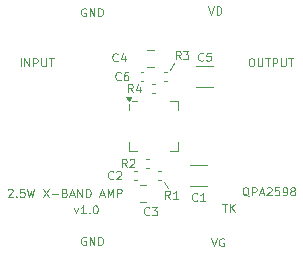
<source format=gbr>
%TF.GenerationSoftware,KiCad,Pcbnew,8.0.1*%
%TF.CreationDate,2024-06-29T11:44:41-04:00*%
%TF.ProjectId,X-Band Amplifier QPA2598,582d4261-6e64-4204-916d-706c69666965,v1.0*%
%TF.SameCoordinates,Original*%
%TF.FileFunction,Legend,Top*%
%TF.FilePolarity,Positive*%
%FSLAX46Y46*%
G04 Gerber Fmt 4.6, Leading zero omitted, Abs format (unit mm)*
G04 Created by KiCad (PCBNEW 8.0.1) date 2024-06-29 11:44:41*
%MOMM*%
%LPD*%
G01*
G04 APERTURE LIST*
%ADD10C,0.080000*%
%ADD11C,0.100000*%
%ADD12C,0.120000*%
G04 APERTURE END LIST*
D10*
X145534297Y-70076173D02*
X145934297Y-70076173D01*
X145734297Y-70776173D02*
X145734297Y-70076173D01*
X146167630Y-70776173D02*
X146167630Y-70076173D01*
X146567630Y-70776173D02*
X146267630Y-70376173D01*
X146567630Y-70076173D02*
X146167630Y-70476173D01*
D11*
X140589000Y-68199000D02*
X140970000Y-68707000D01*
X141097000Y-58737500D02*
X141478000Y-58166000D01*
D10*
X132994631Y-70436506D02*
X133161297Y-70903173D01*
X133161297Y-70903173D02*
X133327964Y-70436506D01*
X133961297Y-70903173D02*
X133561297Y-70903173D01*
X133761297Y-70903173D02*
X133761297Y-70203173D01*
X133761297Y-70203173D02*
X133694630Y-70303173D01*
X133694630Y-70303173D02*
X133627964Y-70369840D01*
X133627964Y-70369840D02*
X133561297Y-70403173D01*
X134261297Y-70836506D02*
X134294631Y-70869840D01*
X134294631Y-70869840D02*
X134261297Y-70903173D01*
X134261297Y-70903173D02*
X134227964Y-70869840D01*
X134227964Y-70869840D02*
X134261297Y-70836506D01*
X134261297Y-70836506D02*
X134261297Y-70903173D01*
X134727964Y-70203173D02*
X134794630Y-70203173D01*
X134794630Y-70203173D02*
X134861297Y-70236506D01*
X134861297Y-70236506D02*
X134894630Y-70269840D01*
X134894630Y-70269840D02*
X134927964Y-70336506D01*
X134927964Y-70336506D02*
X134961297Y-70469840D01*
X134961297Y-70469840D02*
X134961297Y-70636506D01*
X134961297Y-70636506D02*
X134927964Y-70769840D01*
X134927964Y-70769840D02*
X134894630Y-70836506D01*
X134894630Y-70836506D02*
X134861297Y-70869840D01*
X134861297Y-70869840D02*
X134794630Y-70903173D01*
X134794630Y-70903173D02*
X134727964Y-70903173D01*
X134727964Y-70903173D02*
X134661297Y-70869840D01*
X134661297Y-70869840D02*
X134627964Y-70836506D01*
X134627964Y-70836506D02*
X134594630Y-70769840D01*
X134594630Y-70769840D02*
X134561297Y-70636506D01*
X134561297Y-70636506D02*
X134561297Y-70469840D01*
X134561297Y-70469840D02*
X134594630Y-70336506D01*
X134594630Y-70336506D02*
X134627964Y-70269840D01*
X134627964Y-70269840D02*
X134661297Y-70236506D01*
X134661297Y-70236506D02*
X134727964Y-70203173D01*
X147762333Y-69445840D02*
X147695666Y-69412506D01*
X147695666Y-69412506D02*
X147629000Y-69345840D01*
X147629000Y-69345840D02*
X147529000Y-69245840D01*
X147529000Y-69245840D02*
X147462333Y-69212506D01*
X147462333Y-69212506D02*
X147395666Y-69212506D01*
X147429000Y-69379173D02*
X147362333Y-69345840D01*
X147362333Y-69345840D02*
X147295666Y-69279173D01*
X147295666Y-69279173D02*
X147262333Y-69145840D01*
X147262333Y-69145840D02*
X147262333Y-68912506D01*
X147262333Y-68912506D02*
X147295666Y-68779173D01*
X147295666Y-68779173D02*
X147362333Y-68712506D01*
X147362333Y-68712506D02*
X147429000Y-68679173D01*
X147429000Y-68679173D02*
X147562333Y-68679173D01*
X147562333Y-68679173D02*
X147629000Y-68712506D01*
X147629000Y-68712506D02*
X147695666Y-68779173D01*
X147695666Y-68779173D02*
X147729000Y-68912506D01*
X147729000Y-68912506D02*
X147729000Y-69145840D01*
X147729000Y-69145840D02*
X147695666Y-69279173D01*
X147695666Y-69279173D02*
X147629000Y-69345840D01*
X147629000Y-69345840D02*
X147562333Y-69379173D01*
X147562333Y-69379173D02*
X147429000Y-69379173D01*
X148028999Y-69379173D02*
X148028999Y-68679173D01*
X148028999Y-68679173D02*
X148295666Y-68679173D01*
X148295666Y-68679173D02*
X148362333Y-68712506D01*
X148362333Y-68712506D02*
X148395666Y-68745840D01*
X148395666Y-68745840D02*
X148428999Y-68812506D01*
X148428999Y-68812506D02*
X148428999Y-68912506D01*
X148428999Y-68912506D02*
X148395666Y-68979173D01*
X148395666Y-68979173D02*
X148362333Y-69012506D01*
X148362333Y-69012506D02*
X148295666Y-69045840D01*
X148295666Y-69045840D02*
X148028999Y-69045840D01*
X148695666Y-69179173D02*
X149028999Y-69179173D01*
X148628999Y-69379173D02*
X148862333Y-68679173D01*
X148862333Y-68679173D02*
X149095666Y-69379173D01*
X149295666Y-68745840D02*
X149328999Y-68712506D01*
X149328999Y-68712506D02*
X149395666Y-68679173D01*
X149395666Y-68679173D02*
X149562333Y-68679173D01*
X149562333Y-68679173D02*
X149628999Y-68712506D01*
X149628999Y-68712506D02*
X149662333Y-68745840D01*
X149662333Y-68745840D02*
X149695666Y-68812506D01*
X149695666Y-68812506D02*
X149695666Y-68879173D01*
X149695666Y-68879173D02*
X149662333Y-68979173D01*
X149662333Y-68979173D02*
X149262333Y-69379173D01*
X149262333Y-69379173D02*
X149695666Y-69379173D01*
X150329000Y-68679173D02*
X149995666Y-68679173D01*
X149995666Y-68679173D02*
X149962333Y-69012506D01*
X149962333Y-69012506D02*
X149995666Y-68979173D01*
X149995666Y-68979173D02*
X150062333Y-68945840D01*
X150062333Y-68945840D02*
X150229000Y-68945840D01*
X150229000Y-68945840D02*
X150295666Y-68979173D01*
X150295666Y-68979173D02*
X150329000Y-69012506D01*
X150329000Y-69012506D02*
X150362333Y-69079173D01*
X150362333Y-69079173D02*
X150362333Y-69245840D01*
X150362333Y-69245840D02*
X150329000Y-69312506D01*
X150329000Y-69312506D02*
X150295666Y-69345840D01*
X150295666Y-69345840D02*
X150229000Y-69379173D01*
X150229000Y-69379173D02*
X150062333Y-69379173D01*
X150062333Y-69379173D02*
X149995666Y-69345840D01*
X149995666Y-69345840D02*
X149962333Y-69312506D01*
X150695667Y-69379173D02*
X150829000Y-69379173D01*
X150829000Y-69379173D02*
X150895667Y-69345840D01*
X150895667Y-69345840D02*
X150929000Y-69312506D01*
X150929000Y-69312506D02*
X150995667Y-69212506D01*
X150995667Y-69212506D02*
X151029000Y-69079173D01*
X151029000Y-69079173D02*
X151029000Y-68812506D01*
X151029000Y-68812506D02*
X150995667Y-68745840D01*
X150995667Y-68745840D02*
X150962333Y-68712506D01*
X150962333Y-68712506D02*
X150895667Y-68679173D01*
X150895667Y-68679173D02*
X150762333Y-68679173D01*
X150762333Y-68679173D02*
X150695667Y-68712506D01*
X150695667Y-68712506D02*
X150662333Y-68745840D01*
X150662333Y-68745840D02*
X150629000Y-68812506D01*
X150629000Y-68812506D02*
X150629000Y-68979173D01*
X150629000Y-68979173D02*
X150662333Y-69045840D01*
X150662333Y-69045840D02*
X150695667Y-69079173D01*
X150695667Y-69079173D02*
X150762333Y-69112506D01*
X150762333Y-69112506D02*
X150895667Y-69112506D01*
X150895667Y-69112506D02*
X150962333Y-69079173D01*
X150962333Y-69079173D02*
X150995667Y-69045840D01*
X150995667Y-69045840D02*
X151029000Y-68979173D01*
X151429000Y-68979173D02*
X151362334Y-68945840D01*
X151362334Y-68945840D02*
X151329000Y-68912506D01*
X151329000Y-68912506D02*
X151295667Y-68845840D01*
X151295667Y-68845840D02*
X151295667Y-68812506D01*
X151295667Y-68812506D02*
X151329000Y-68745840D01*
X151329000Y-68745840D02*
X151362334Y-68712506D01*
X151362334Y-68712506D02*
X151429000Y-68679173D01*
X151429000Y-68679173D02*
X151562334Y-68679173D01*
X151562334Y-68679173D02*
X151629000Y-68712506D01*
X151629000Y-68712506D02*
X151662334Y-68745840D01*
X151662334Y-68745840D02*
X151695667Y-68812506D01*
X151695667Y-68812506D02*
X151695667Y-68845840D01*
X151695667Y-68845840D02*
X151662334Y-68912506D01*
X151662334Y-68912506D02*
X151629000Y-68945840D01*
X151629000Y-68945840D02*
X151562334Y-68979173D01*
X151562334Y-68979173D02*
X151429000Y-68979173D01*
X151429000Y-68979173D02*
X151362334Y-69012506D01*
X151362334Y-69012506D02*
X151329000Y-69045840D01*
X151329000Y-69045840D02*
X151295667Y-69112506D01*
X151295667Y-69112506D02*
X151295667Y-69245840D01*
X151295667Y-69245840D02*
X151329000Y-69312506D01*
X151329000Y-69312506D02*
X151362334Y-69345840D01*
X151362334Y-69345840D02*
X151429000Y-69379173D01*
X151429000Y-69379173D02*
X151562334Y-69379173D01*
X151562334Y-69379173D02*
X151629000Y-69345840D01*
X151629000Y-69345840D02*
X151662334Y-69312506D01*
X151662334Y-69312506D02*
X151695667Y-69245840D01*
X151695667Y-69245840D02*
X151695667Y-69112506D01*
X151695667Y-69112506D02*
X151662334Y-69045840D01*
X151662334Y-69045840D02*
X151629000Y-69012506D01*
X151629000Y-69012506D02*
X151562334Y-68979173D01*
X133959667Y-72903506D02*
X133893000Y-72870173D01*
X133893000Y-72870173D02*
X133793000Y-72870173D01*
X133793000Y-72870173D02*
X133693000Y-72903506D01*
X133693000Y-72903506D02*
X133626334Y-72970173D01*
X133626334Y-72970173D02*
X133593000Y-73036840D01*
X133593000Y-73036840D02*
X133559667Y-73170173D01*
X133559667Y-73170173D02*
X133559667Y-73270173D01*
X133559667Y-73270173D02*
X133593000Y-73403506D01*
X133593000Y-73403506D02*
X133626334Y-73470173D01*
X133626334Y-73470173D02*
X133693000Y-73536840D01*
X133693000Y-73536840D02*
X133793000Y-73570173D01*
X133793000Y-73570173D02*
X133859667Y-73570173D01*
X133859667Y-73570173D02*
X133959667Y-73536840D01*
X133959667Y-73536840D02*
X133993000Y-73503506D01*
X133993000Y-73503506D02*
X133993000Y-73270173D01*
X133993000Y-73270173D02*
X133859667Y-73270173D01*
X134293000Y-73570173D02*
X134293000Y-72870173D01*
X134293000Y-72870173D02*
X134693000Y-73570173D01*
X134693000Y-73570173D02*
X134693000Y-72870173D01*
X135026333Y-73570173D02*
X135026333Y-72870173D01*
X135026333Y-72870173D02*
X135193000Y-72870173D01*
X135193000Y-72870173D02*
X135293000Y-72903506D01*
X135293000Y-72903506D02*
X135359667Y-72970173D01*
X135359667Y-72970173D02*
X135393000Y-73036840D01*
X135393000Y-73036840D02*
X135426333Y-73170173D01*
X135426333Y-73170173D02*
X135426333Y-73270173D01*
X135426333Y-73270173D02*
X135393000Y-73403506D01*
X135393000Y-73403506D02*
X135359667Y-73470173D01*
X135359667Y-73470173D02*
X135293000Y-73536840D01*
X135293000Y-73536840D02*
X135193000Y-73570173D01*
X135193000Y-73570173D02*
X135026333Y-73570173D01*
X147922668Y-57757173D02*
X148056001Y-57757173D01*
X148056001Y-57757173D02*
X148122668Y-57790506D01*
X148122668Y-57790506D02*
X148189334Y-57857173D01*
X148189334Y-57857173D02*
X148222668Y-57990506D01*
X148222668Y-57990506D02*
X148222668Y-58223840D01*
X148222668Y-58223840D02*
X148189334Y-58357173D01*
X148189334Y-58357173D02*
X148122668Y-58423840D01*
X148122668Y-58423840D02*
X148056001Y-58457173D01*
X148056001Y-58457173D02*
X147922668Y-58457173D01*
X147922668Y-58457173D02*
X147856001Y-58423840D01*
X147856001Y-58423840D02*
X147789334Y-58357173D01*
X147789334Y-58357173D02*
X147756001Y-58223840D01*
X147756001Y-58223840D02*
X147756001Y-57990506D01*
X147756001Y-57990506D02*
X147789334Y-57857173D01*
X147789334Y-57857173D02*
X147856001Y-57790506D01*
X147856001Y-57790506D02*
X147922668Y-57757173D01*
X148522667Y-57757173D02*
X148522667Y-58323840D01*
X148522667Y-58323840D02*
X148556001Y-58390506D01*
X148556001Y-58390506D02*
X148589334Y-58423840D01*
X148589334Y-58423840D02*
X148656001Y-58457173D01*
X148656001Y-58457173D02*
X148789334Y-58457173D01*
X148789334Y-58457173D02*
X148856001Y-58423840D01*
X148856001Y-58423840D02*
X148889334Y-58390506D01*
X148889334Y-58390506D02*
X148922667Y-58323840D01*
X148922667Y-58323840D02*
X148922667Y-57757173D01*
X149156000Y-57757173D02*
X149556000Y-57757173D01*
X149356000Y-58457173D02*
X149356000Y-57757173D01*
X149789333Y-58457173D02*
X149789333Y-57757173D01*
X149789333Y-57757173D02*
X150056000Y-57757173D01*
X150056000Y-57757173D02*
X150122667Y-57790506D01*
X150122667Y-57790506D02*
X150156000Y-57823840D01*
X150156000Y-57823840D02*
X150189333Y-57890506D01*
X150189333Y-57890506D02*
X150189333Y-57990506D01*
X150189333Y-57990506D02*
X150156000Y-58057173D01*
X150156000Y-58057173D02*
X150122667Y-58090506D01*
X150122667Y-58090506D02*
X150056000Y-58123840D01*
X150056000Y-58123840D02*
X149789333Y-58123840D01*
X150489333Y-57757173D02*
X150489333Y-58323840D01*
X150489333Y-58323840D02*
X150522667Y-58390506D01*
X150522667Y-58390506D02*
X150556000Y-58423840D01*
X150556000Y-58423840D02*
X150622667Y-58457173D01*
X150622667Y-58457173D02*
X150756000Y-58457173D01*
X150756000Y-58457173D02*
X150822667Y-58423840D01*
X150822667Y-58423840D02*
X150856000Y-58390506D01*
X150856000Y-58390506D02*
X150889333Y-58323840D01*
X150889333Y-58323840D02*
X150889333Y-57757173D01*
X151122666Y-57757173D02*
X151522666Y-57757173D01*
X151322666Y-58457173D02*
X151322666Y-57757173D01*
X127390333Y-68872840D02*
X127423666Y-68839506D01*
X127423666Y-68839506D02*
X127490333Y-68806173D01*
X127490333Y-68806173D02*
X127657000Y-68806173D01*
X127657000Y-68806173D02*
X127723666Y-68839506D01*
X127723666Y-68839506D02*
X127757000Y-68872840D01*
X127757000Y-68872840D02*
X127790333Y-68939506D01*
X127790333Y-68939506D02*
X127790333Y-69006173D01*
X127790333Y-69006173D02*
X127757000Y-69106173D01*
X127757000Y-69106173D02*
X127357000Y-69506173D01*
X127357000Y-69506173D02*
X127790333Y-69506173D01*
X128090333Y-69439506D02*
X128123667Y-69472840D01*
X128123667Y-69472840D02*
X128090333Y-69506173D01*
X128090333Y-69506173D02*
X128057000Y-69472840D01*
X128057000Y-69472840D02*
X128090333Y-69439506D01*
X128090333Y-69439506D02*
X128090333Y-69506173D01*
X128757000Y-68806173D02*
X128423666Y-68806173D01*
X128423666Y-68806173D02*
X128390333Y-69139506D01*
X128390333Y-69139506D02*
X128423666Y-69106173D01*
X128423666Y-69106173D02*
X128490333Y-69072840D01*
X128490333Y-69072840D02*
X128657000Y-69072840D01*
X128657000Y-69072840D02*
X128723666Y-69106173D01*
X128723666Y-69106173D02*
X128757000Y-69139506D01*
X128757000Y-69139506D02*
X128790333Y-69206173D01*
X128790333Y-69206173D02*
X128790333Y-69372840D01*
X128790333Y-69372840D02*
X128757000Y-69439506D01*
X128757000Y-69439506D02*
X128723666Y-69472840D01*
X128723666Y-69472840D02*
X128657000Y-69506173D01*
X128657000Y-69506173D02*
X128490333Y-69506173D01*
X128490333Y-69506173D02*
X128423666Y-69472840D01*
X128423666Y-69472840D02*
X128390333Y-69439506D01*
X129023667Y-68806173D02*
X129190333Y-69506173D01*
X129190333Y-69506173D02*
X129323667Y-69006173D01*
X129323667Y-69006173D02*
X129457000Y-69506173D01*
X129457000Y-69506173D02*
X129623667Y-68806173D01*
X130357000Y-68806173D02*
X130823666Y-69506173D01*
X130823666Y-68806173D02*
X130357000Y-69506173D01*
X131090333Y-69239506D02*
X131623667Y-69239506D01*
X132190334Y-69139506D02*
X132290334Y-69172840D01*
X132290334Y-69172840D02*
X132323667Y-69206173D01*
X132323667Y-69206173D02*
X132357000Y-69272840D01*
X132357000Y-69272840D02*
X132357000Y-69372840D01*
X132357000Y-69372840D02*
X132323667Y-69439506D01*
X132323667Y-69439506D02*
X132290334Y-69472840D01*
X132290334Y-69472840D02*
X132223667Y-69506173D01*
X132223667Y-69506173D02*
X131957000Y-69506173D01*
X131957000Y-69506173D02*
X131957000Y-68806173D01*
X131957000Y-68806173D02*
X132190334Y-68806173D01*
X132190334Y-68806173D02*
X132257000Y-68839506D01*
X132257000Y-68839506D02*
X132290334Y-68872840D01*
X132290334Y-68872840D02*
X132323667Y-68939506D01*
X132323667Y-68939506D02*
X132323667Y-69006173D01*
X132323667Y-69006173D02*
X132290334Y-69072840D01*
X132290334Y-69072840D02*
X132257000Y-69106173D01*
X132257000Y-69106173D02*
X132190334Y-69139506D01*
X132190334Y-69139506D02*
X131957000Y-69139506D01*
X132623667Y-69306173D02*
X132957000Y-69306173D01*
X132557000Y-69506173D02*
X132790334Y-68806173D01*
X132790334Y-68806173D02*
X133023667Y-69506173D01*
X133257000Y-69506173D02*
X133257000Y-68806173D01*
X133257000Y-68806173D02*
X133657000Y-69506173D01*
X133657000Y-69506173D02*
X133657000Y-68806173D01*
X133990333Y-69506173D02*
X133990333Y-68806173D01*
X133990333Y-68806173D02*
X134157000Y-68806173D01*
X134157000Y-68806173D02*
X134257000Y-68839506D01*
X134257000Y-68839506D02*
X134323667Y-68906173D01*
X134323667Y-68906173D02*
X134357000Y-68972840D01*
X134357000Y-68972840D02*
X134390333Y-69106173D01*
X134390333Y-69106173D02*
X134390333Y-69206173D01*
X134390333Y-69206173D02*
X134357000Y-69339506D01*
X134357000Y-69339506D02*
X134323667Y-69406173D01*
X134323667Y-69406173D02*
X134257000Y-69472840D01*
X134257000Y-69472840D02*
X134157000Y-69506173D01*
X134157000Y-69506173D02*
X133990333Y-69506173D01*
X135190333Y-69306173D02*
X135523666Y-69306173D01*
X135123666Y-69506173D02*
X135357000Y-68806173D01*
X135357000Y-68806173D02*
X135590333Y-69506173D01*
X135823666Y-69506173D02*
X135823666Y-68806173D01*
X135823666Y-68806173D02*
X136057000Y-69306173D01*
X136057000Y-69306173D02*
X136290333Y-68806173D01*
X136290333Y-68806173D02*
X136290333Y-69506173D01*
X136623666Y-69506173D02*
X136623666Y-68806173D01*
X136623666Y-68806173D02*
X136890333Y-68806173D01*
X136890333Y-68806173D02*
X136957000Y-68839506D01*
X136957000Y-68839506D02*
X136990333Y-68872840D01*
X136990333Y-68872840D02*
X137023666Y-68939506D01*
X137023666Y-68939506D02*
X137023666Y-69039506D01*
X137023666Y-69039506D02*
X136990333Y-69106173D01*
X136990333Y-69106173D02*
X136957000Y-69139506D01*
X136957000Y-69139506D02*
X136890333Y-69172840D01*
X136890333Y-69172840D02*
X136623666Y-69172840D01*
X144349066Y-53362973D02*
X144582400Y-54062973D01*
X144582400Y-54062973D02*
X144815733Y-53362973D01*
X145049066Y-54062973D02*
X145049066Y-53362973D01*
X145049066Y-53362973D02*
X145215733Y-53362973D01*
X145215733Y-53362973D02*
X145315733Y-53396306D01*
X145315733Y-53396306D02*
X145382400Y-53462973D01*
X145382400Y-53462973D02*
X145415733Y-53529640D01*
X145415733Y-53529640D02*
X145449066Y-53662973D01*
X145449066Y-53662973D02*
X145449066Y-53762973D01*
X145449066Y-53762973D02*
X145415733Y-53896306D01*
X145415733Y-53896306D02*
X145382400Y-53962973D01*
X145382400Y-53962973D02*
X145315733Y-54029640D01*
X145315733Y-54029640D02*
X145215733Y-54062973D01*
X145215733Y-54062973D02*
X145049066Y-54062973D01*
X144577666Y-72997173D02*
X144811000Y-73697173D01*
X144811000Y-73697173D02*
X145044333Y-72997173D01*
X145644333Y-73030506D02*
X145577666Y-72997173D01*
X145577666Y-72997173D02*
X145477666Y-72997173D01*
X145477666Y-72997173D02*
X145377666Y-73030506D01*
X145377666Y-73030506D02*
X145311000Y-73097173D01*
X145311000Y-73097173D02*
X145277666Y-73163840D01*
X145277666Y-73163840D02*
X145244333Y-73297173D01*
X145244333Y-73297173D02*
X145244333Y-73397173D01*
X145244333Y-73397173D02*
X145277666Y-73530506D01*
X145277666Y-73530506D02*
X145311000Y-73597173D01*
X145311000Y-73597173D02*
X145377666Y-73663840D01*
X145377666Y-73663840D02*
X145477666Y-73697173D01*
X145477666Y-73697173D02*
X145544333Y-73697173D01*
X145544333Y-73697173D02*
X145644333Y-73663840D01*
X145644333Y-73663840D02*
X145677666Y-73630506D01*
X145677666Y-73630506D02*
X145677666Y-73397173D01*
X145677666Y-73397173D02*
X145544333Y-73397173D01*
X133959667Y-53548706D02*
X133893000Y-53515373D01*
X133893000Y-53515373D02*
X133793000Y-53515373D01*
X133793000Y-53515373D02*
X133693000Y-53548706D01*
X133693000Y-53548706D02*
X133626334Y-53615373D01*
X133626334Y-53615373D02*
X133593000Y-53682040D01*
X133593000Y-53682040D02*
X133559667Y-53815373D01*
X133559667Y-53815373D02*
X133559667Y-53915373D01*
X133559667Y-53915373D02*
X133593000Y-54048706D01*
X133593000Y-54048706D02*
X133626334Y-54115373D01*
X133626334Y-54115373D02*
X133693000Y-54182040D01*
X133693000Y-54182040D02*
X133793000Y-54215373D01*
X133793000Y-54215373D02*
X133859667Y-54215373D01*
X133859667Y-54215373D02*
X133959667Y-54182040D01*
X133959667Y-54182040D02*
X133993000Y-54148706D01*
X133993000Y-54148706D02*
X133993000Y-53915373D01*
X133993000Y-53915373D02*
X133859667Y-53915373D01*
X134293000Y-54215373D02*
X134293000Y-53515373D01*
X134293000Y-53515373D02*
X134693000Y-54215373D01*
X134693000Y-54215373D02*
X134693000Y-53515373D01*
X135026333Y-54215373D02*
X135026333Y-53515373D01*
X135026333Y-53515373D02*
X135193000Y-53515373D01*
X135193000Y-53515373D02*
X135293000Y-53548706D01*
X135293000Y-53548706D02*
X135359667Y-53615373D01*
X135359667Y-53615373D02*
X135393000Y-53682040D01*
X135393000Y-53682040D02*
X135426333Y-53815373D01*
X135426333Y-53815373D02*
X135426333Y-53915373D01*
X135426333Y-53915373D02*
X135393000Y-54048706D01*
X135393000Y-54048706D02*
X135359667Y-54115373D01*
X135359667Y-54115373D02*
X135293000Y-54182040D01*
X135293000Y-54182040D02*
X135193000Y-54215373D01*
X135193000Y-54215373D02*
X135026333Y-54215373D01*
X128444000Y-58457173D02*
X128444000Y-57757173D01*
X128777333Y-58457173D02*
X128777333Y-57757173D01*
X128777333Y-57757173D02*
X129177333Y-58457173D01*
X129177333Y-58457173D02*
X129177333Y-57757173D01*
X129510666Y-58457173D02*
X129510666Y-57757173D01*
X129510666Y-57757173D02*
X129777333Y-57757173D01*
X129777333Y-57757173D02*
X129844000Y-57790506D01*
X129844000Y-57790506D02*
X129877333Y-57823840D01*
X129877333Y-57823840D02*
X129910666Y-57890506D01*
X129910666Y-57890506D02*
X129910666Y-57990506D01*
X129910666Y-57990506D02*
X129877333Y-58057173D01*
X129877333Y-58057173D02*
X129844000Y-58090506D01*
X129844000Y-58090506D02*
X129777333Y-58123840D01*
X129777333Y-58123840D02*
X129510666Y-58123840D01*
X130210666Y-57757173D02*
X130210666Y-58323840D01*
X130210666Y-58323840D02*
X130244000Y-58390506D01*
X130244000Y-58390506D02*
X130277333Y-58423840D01*
X130277333Y-58423840D02*
X130344000Y-58457173D01*
X130344000Y-58457173D02*
X130477333Y-58457173D01*
X130477333Y-58457173D02*
X130544000Y-58423840D01*
X130544000Y-58423840D02*
X130577333Y-58390506D01*
X130577333Y-58390506D02*
X130610666Y-58323840D01*
X130610666Y-58323840D02*
X130610666Y-57757173D01*
X130843999Y-57757173D02*
X131243999Y-57757173D01*
X131043999Y-58457173D02*
X131043999Y-57757173D01*
X137932333Y-60644673D02*
X137699000Y-60311340D01*
X137532333Y-60644673D02*
X137532333Y-59944673D01*
X137532333Y-59944673D02*
X137799000Y-59944673D01*
X137799000Y-59944673D02*
X137865667Y-59978006D01*
X137865667Y-59978006D02*
X137899000Y-60011340D01*
X137899000Y-60011340D02*
X137932333Y-60078006D01*
X137932333Y-60078006D02*
X137932333Y-60178006D01*
X137932333Y-60178006D02*
X137899000Y-60244673D01*
X137899000Y-60244673D02*
X137865667Y-60278006D01*
X137865667Y-60278006D02*
X137799000Y-60311340D01*
X137799000Y-60311340D02*
X137532333Y-60311340D01*
X138532333Y-60178006D02*
X138532333Y-60644673D01*
X138365667Y-59911340D02*
X138199000Y-60411340D01*
X138199000Y-60411340D02*
X138632333Y-60411340D01*
X141996333Y-57850673D02*
X141763000Y-57517340D01*
X141596333Y-57850673D02*
X141596333Y-57150673D01*
X141596333Y-57150673D02*
X141863000Y-57150673D01*
X141863000Y-57150673D02*
X141929667Y-57184006D01*
X141929667Y-57184006D02*
X141963000Y-57217340D01*
X141963000Y-57217340D02*
X141996333Y-57284006D01*
X141996333Y-57284006D02*
X141996333Y-57384006D01*
X141996333Y-57384006D02*
X141963000Y-57450673D01*
X141963000Y-57450673D02*
X141929667Y-57484006D01*
X141929667Y-57484006D02*
X141863000Y-57517340D01*
X141863000Y-57517340D02*
X141596333Y-57517340D01*
X142229667Y-57150673D02*
X142663000Y-57150673D01*
X142663000Y-57150673D02*
X142429667Y-57417340D01*
X142429667Y-57417340D02*
X142529667Y-57417340D01*
X142529667Y-57417340D02*
X142596333Y-57450673D01*
X142596333Y-57450673D02*
X142629667Y-57484006D01*
X142629667Y-57484006D02*
X142663000Y-57550673D01*
X142663000Y-57550673D02*
X142663000Y-57717340D01*
X142663000Y-57717340D02*
X142629667Y-57784006D01*
X142629667Y-57784006D02*
X142596333Y-57817340D01*
X142596333Y-57817340D02*
X142529667Y-57850673D01*
X142529667Y-57850673D02*
X142329667Y-57850673D01*
X142329667Y-57850673D02*
X142263000Y-57817340D01*
X142263000Y-57817340D02*
X142229667Y-57784006D01*
X137424333Y-66994673D02*
X137191000Y-66661340D01*
X137024333Y-66994673D02*
X137024333Y-66294673D01*
X137024333Y-66294673D02*
X137291000Y-66294673D01*
X137291000Y-66294673D02*
X137357667Y-66328006D01*
X137357667Y-66328006D02*
X137391000Y-66361340D01*
X137391000Y-66361340D02*
X137424333Y-66428006D01*
X137424333Y-66428006D02*
X137424333Y-66528006D01*
X137424333Y-66528006D02*
X137391000Y-66594673D01*
X137391000Y-66594673D02*
X137357667Y-66628006D01*
X137357667Y-66628006D02*
X137291000Y-66661340D01*
X137291000Y-66661340D02*
X137024333Y-66661340D01*
X137691000Y-66361340D02*
X137724333Y-66328006D01*
X137724333Y-66328006D02*
X137791000Y-66294673D01*
X137791000Y-66294673D02*
X137957667Y-66294673D01*
X137957667Y-66294673D02*
X138024333Y-66328006D01*
X138024333Y-66328006D02*
X138057667Y-66361340D01*
X138057667Y-66361340D02*
X138091000Y-66428006D01*
X138091000Y-66428006D02*
X138091000Y-66494673D01*
X138091000Y-66494673D02*
X138057667Y-66594673D01*
X138057667Y-66594673D02*
X137657667Y-66994673D01*
X137657667Y-66994673D02*
X138091000Y-66994673D01*
X141107333Y-69661673D02*
X140874000Y-69328340D01*
X140707333Y-69661673D02*
X140707333Y-68961673D01*
X140707333Y-68961673D02*
X140974000Y-68961673D01*
X140974000Y-68961673D02*
X141040667Y-68995006D01*
X141040667Y-68995006D02*
X141074000Y-69028340D01*
X141074000Y-69028340D02*
X141107333Y-69095006D01*
X141107333Y-69095006D02*
X141107333Y-69195006D01*
X141107333Y-69195006D02*
X141074000Y-69261673D01*
X141074000Y-69261673D02*
X141040667Y-69295006D01*
X141040667Y-69295006D02*
X140974000Y-69328340D01*
X140974000Y-69328340D02*
X140707333Y-69328340D01*
X141774000Y-69661673D02*
X141374000Y-69661673D01*
X141574000Y-69661673D02*
X141574000Y-68961673D01*
X141574000Y-68961673D02*
X141507333Y-69061673D01*
X141507333Y-69061673D02*
X141440667Y-69128340D01*
X141440667Y-69128340D02*
X141374000Y-69161673D01*
X143901333Y-57911006D02*
X143868000Y-57944340D01*
X143868000Y-57944340D02*
X143768000Y-57977673D01*
X143768000Y-57977673D02*
X143701333Y-57977673D01*
X143701333Y-57977673D02*
X143601333Y-57944340D01*
X143601333Y-57944340D02*
X143534667Y-57877673D01*
X143534667Y-57877673D02*
X143501333Y-57811006D01*
X143501333Y-57811006D02*
X143468000Y-57677673D01*
X143468000Y-57677673D02*
X143468000Y-57577673D01*
X143468000Y-57577673D02*
X143501333Y-57444340D01*
X143501333Y-57444340D02*
X143534667Y-57377673D01*
X143534667Y-57377673D02*
X143601333Y-57311006D01*
X143601333Y-57311006D02*
X143701333Y-57277673D01*
X143701333Y-57277673D02*
X143768000Y-57277673D01*
X143768000Y-57277673D02*
X143868000Y-57311006D01*
X143868000Y-57311006D02*
X143901333Y-57344340D01*
X144534667Y-57277673D02*
X144201333Y-57277673D01*
X144201333Y-57277673D02*
X144168000Y-57611006D01*
X144168000Y-57611006D02*
X144201333Y-57577673D01*
X144201333Y-57577673D02*
X144268000Y-57544340D01*
X144268000Y-57544340D02*
X144434667Y-57544340D01*
X144434667Y-57544340D02*
X144501333Y-57577673D01*
X144501333Y-57577673D02*
X144534667Y-57611006D01*
X144534667Y-57611006D02*
X144568000Y-57677673D01*
X144568000Y-57677673D02*
X144568000Y-57844340D01*
X144568000Y-57844340D02*
X144534667Y-57911006D01*
X144534667Y-57911006D02*
X144501333Y-57944340D01*
X144501333Y-57944340D02*
X144434667Y-57977673D01*
X144434667Y-57977673D02*
X144268000Y-57977673D01*
X144268000Y-57977673D02*
X144201333Y-57944340D01*
X144201333Y-57944340D02*
X144168000Y-57911006D01*
X136662333Y-57961806D02*
X136629000Y-57995140D01*
X136629000Y-57995140D02*
X136529000Y-58028473D01*
X136529000Y-58028473D02*
X136462333Y-58028473D01*
X136462333Y-58028473D02*
X136362333Y-57995140D01*
X136362333Y-57995140D02*
X136295667Y-57928473D01*
X136295667Y-57928473D02*
X136262333Y-57861806D01*
X136262333Y-57861806D02*
X136229000Y-57728473D01*
X136229000Y-57728473D02*
X136229000Y-57628473D01*
X136229000Y-57628473D02*
X136262333Y-57495140D01*
X136262333Y-57495140D02*
X136295667Y-57428473D01*
X136295667Y-57428473D02*
X136362333Y-57361806D01*
X136362333Y-57361806D02*
X136462333Y-57328473D01*
X136462333Y-57328473D02*
X136529000Y-57328473D01*
X136529000Y-57328473D02*
X136629000Y-57361806D01*
X136629000Y-57361806D02*
X136662333Y-57395140D01*
X137262333Y-57561806D02*
X137262333Y-58028473D01*
X137095667Y-57295140D02*
X136929000Y-57795140D01*
X136929000Y-57795140D02*
X137362333Y-57795140D01*
X139329333Y-70992006D02*
X139296000Y-71025340D01*
X139296000Y-71025340D02*
X139196000Y-71058673D01*
X139196000Y-71058673D02*
X139129333Y-71058673D01*
X139129333Y-71058673D02*
X139029333Y-71025340D01*
X139029333Y-71025340D02*
X138962667Y-70958673D01*
X138962667Y-70958673D02*
X138929333Y-70892006D01*
X138929333Y-70892006D02*
X138896000Y-70758673D01*
X138896000Y-70758673D02*
X138896000Y-70658673D01*
X138896000Y-70658673D02*
X138929333Y-70525340D01*
X138929333Y-70525340D02*
X138962667Y-70458673D01*
X138962667Y-70458673D02*
X139029333Y-70392006D01*
X139029333Y-70392006D02*
X139129333Y-70358673D01*
X139129333Y-70358673D02*
X139196000Y-70358673D01*
X139196000Y-70358673D02*
X139296000Y-70392006D01*
X139296000Y-70392006D02*
X139329333Y-70425340D01*
X139562667Y-70358673D02*
X139996000Y-70358673D01*
X139996000Y-70358673D02*
X139762667Y-70625340D01*
X139762667Y-70625340D02*
X139862667Y-70625340D01*
X139862667Y-70625340D02*
X139929333Y-70658673D01*
X139929333Y-70658673D02*
X139962667Y-70692006D01*
X139962667Y-70692006D02*
X139996000Y-70758673D01*
X139996000Y-70758673D02*
X139996000Y-70925340D01*
X139996000Y-70925340D02*
X139962667Y-70992006D01*
X139962667Y-70992006D02*
X139929333Y-71025340D01*
X139929333Y-71025340D02*
X139862667Y-71058673D01*
X139862667Y-71058673D02*
X139662667Y-71058673D01*
X139662667Y-71058673D02*
X139596000Y-71025340D01*
X139596000Y-71025340D02*
X139562667Y-70992006D01*
X143393333Y-69794006D02*
X143360000Y-69827340D01*
X143360000Y-69827340D02*
X143260000Y-69860673D01*
X143260000Y-69860673D02*
X143193333Y-69860673D01*
X143193333Y-69860673D02*
X143093333Y-69827340D01*
X143093333Y-69827340D02*
X143026667Y-69760673D01*
X143026667Y-69760673D02*
X142993333Y-69694006D01*
X142993333Y-69694006D02*
X142960000Y-69560673D01*
X142960000Y-69560673D02*
X142960000Y-69460673D01*
X142960000Y-69460673D02*
X142993333Y-69327340D01*
X142993333Y-69327340D02*
X143026667Y-69260673D01*
X143026667Y-69260673D02*
X143093333Y-69194006D01*
X143093333Y-69194006D02*
X143193333Y-69160673D01*
X143193333Y-69160673D02*
X143260000Y-69160673D01*
X143260000Y-69160673D02*
X143360000Y-69194006D01*
X143360000Y-69194006D02*
X143393333Y-69227340D01*
X144060000Y-69860673D02*
X143660000Y-69860673D01*
X143860000Y-69860673D02*
X143860000Y-69160673D01*
X143860000Y-69160673D02*
X143793333Y-69260673D01*
X143793333Y-69260673D02*
X143726667Y-69327340D01*
X143726667Y-69327340D02*
X143660000Y-69360673D01*
X136916333Y-59562006D02*
X136883000Y-59595340D01*
X136883000Y-59595340D02*
X136783000Y-59628673D01*
X136783000Y-59628673D02*
X136716333Y-59628673D01*
X136716333Y-59628673D02*
X136616333Y-59595340D01*
X136616333Y-59595340D02*
X136549667Y-59528673D01*
X136549667Y-59528673D02*
X136516333Y-59462006D01*
X136516333Y-59462006D02*
X136483000Y-59328673D01*
X136483000Y-59328673D02*
X136483000Y-59228673D01*
X136483000Y-59228673D02*
X136516333Y-59095340D01*
X136516333Y-59095340D02*
X136549667Y-59028673D01*
X136549667Y-59028673D02*
X136616333Y-58962006D01*
X136616333Y-58962006D02*
X136716333Y-58928673D01*
X136716333Y-58928673D02*
X136783000Y-58928673D01*
X136783000Y-58928673D02*
X136883000Y-58962006D01*
X136883000Y-58962006D02*
X136916333Y-58995340D01*
X137516333Y-58928673D02*
X137383000Y-58928673D01*
X137383000Y-58928673D02*
X137316333Y-58962006D01*
X137316333Y-58962006D02*
X137283000Y-58995340D01*
X137283000Y-58995340D02*
X137216333Y-59095340D01*
X137216333Y-59095340D02*
X137183000Y-59228673D01*
X137183000Y-59228673D02*
X137183000Y-59495340D01*
X137183000Y-59495340D02*
X137216333Y-59562006D01*
X137216333Y-59562006D02*
X137249667Y-59595340D01*
X137249667Y-59595340D02*
X137316333Y-59628673D01*
X137316333Y-59628673D02*
X137449667Y-59628673D01*
X137449667Y-59628673D02*
X137516333Y-59595340D01*
X137516333Y-59595340D02*
X137549667Y-59562006D01*
X137549667Y-59562006D02*
X137583000Y-59495340D01*
X137583000Y-59495340D02*
X137583000Y-59328673D01*
X137583000Y-59328673D02*
X137549667Y-59262006D01*
X137549667Y-59262006D02*
X137516333Y-59228673D01*
X137516333Y-59228673D02*
X137449667Y-59195340D01*
X137449667Y-59195340D02*
X137316333Y-59195340D01*
X137316333Y-59195340D02*
X137249667Y-59228673D01*
X137249667Y-59228673D02*
X137216333Y-59262006D01*
X137216333Y-59262006D02*
X137183000Y-59328673D01*
X136281333Y-67944006D02*
X136248000Y-67977340D01*
X136248000Y-67977340D02*
X136148000Y-68010673D01*
X136148000Y-68010673D02*
X136081333Y-68010673D01*
X136081333Y-68010673D02*
X135981333Y-67977340D01*
X135981333Y-67977340D02*
X135914667Y-67910673D01*
X135914667Y-67910673D02*
X135881333Y-67844006D01*
X135881333Y-67844006D02*
X135848000Y-67710673D01*
X135848000Y-67710673D02*
X135848000Y-67610673D01*
X135848000Y-67610673D02*
X135881333Y-67477340D01*
X135881333Y-67477340D02*
X135914667Y-67410673D01*
X135914667Y-67410673D02*
X135981333Y-67344006D01*
X135981333Y-67344006D02*
X136081333Y-67310673D01*
X136081333Y-67310673D02*
X136148000Y-67310673D01*
X136148000Y-67310673D02*
X136248000Y-67344006D01*
X136248000Y-67344006D02*
X136281333Y-67377340D01*
X136548000Y-67377340D02*
X136581333Y-67344006D01*
X136581333Y-67344006D02*
X136648000Y-67310673D01*
X136648000Y-67310673D02*
X136814667Y-67310673D01*
X136814667Y-67310673D02*
X136881333Y-67344006D01*
X136881333Y-67344006D02*
X136914667Y-67377340D01*
X136914667Y-67377340D02*
X136948000Y-67444006D01*
X136948000Y-67444006D02*
X136948000Y-67510673D01*
X136948000Y-67510673D02*
X136914667Y-67610673D01*
X136914667Y-67610673D02*
X136514667Y-68010673D01*
X136514667Y-68010673D02*
X136948000Y-68010673D01*
D12*
%TO.C,R4*%
X139853641Y-60705000D02*
X139546359Y-60705000D01*
X139853641Y-59945000D02*
X139546359Y-59945000D01*
%TO.C,R3*%
X140562359Y-58929000D02*
X140869641Y-58929000D01*
X140562359Y-59689000D02*
X140869641Y-59689000D01*
%TO.C,R2*%
X139038359Y-66295000D02*
X139345641Y-66295000D01*
X139038359Y-67055000D02*
X139345641Y-67055000D01*
%TO.C,R1*%
X140361641Y-68071000D02*
X140054359Y-68071000D01*
X140361641Y-67311000D02*
X140054359Y-67311000D01*
%TO.C,C5*%
X143306748Y-58399000D02*
X144729252Y-58399000D01*
X143306748Y-60219000D02*
X144729252Y-60219000D01*
%TO.C,C4*%
X139707252Y-57050000D02*
X139184748Y-57050000D01*
X139707252Y-58520000D02*
X139184748Y-58520000D01*
%TO.C,C3*%
X138549748Y-68480000D02*
X139072252Y-68480000D01*
X138549748Y-69950000D02*
X139072252Y-69950000D01*
%TO.C,C1*%
X144221252Y-68601000D02*
X142798748Y-68601000D01*
X144221252Y-66781000D02*
X142798748Y-66781000D01*
%TO.C,U1*%
X137590000Y-62115000D02*
X137590000Y-61630000D01*
X137590000Y-65610000D02*
X137590000Y-64885000D01*
X138315000Y-61390000D02*
X137890000Y-61390000D01*
X138315000Y-65610000D02*
X137590000Y-65610000D01*
X141085000Y-61390000D02*
X141810000Y-61390000D01*
X141085000Y-65610000D02*
X141810000Y-65610000D01*
X141810000Y-61390000D02*
X141810000Y-62115000D01*
X141810000Y-65610000D02*
X141810000Y-64885000D01*
X137590000Y-61390000D02*
X137350000Y-61060000D01*
X137830000Y-61060000D01*
X137590000Y-61390000D01*
G36*
X137590000Y-61390000D02*
G01*
X137350000Y-61060000D01*
X137830000Y-61060000D01*
X137590000Y-61390000D01*
G37*
%TO.C,C6*%
X138819836Y-58949000D02*
X138604164Y-58949000D01*
X138819836Y-59669000D02*
X138604164Y-59669000D01*
%TO.C,C2*%
X138068164Y-67331000D02*
X138283836Y-67331000D01*
X138068164Y-68051000D02*
X138283836Y-68051000D01*
%TD*%
M02*

</source>
